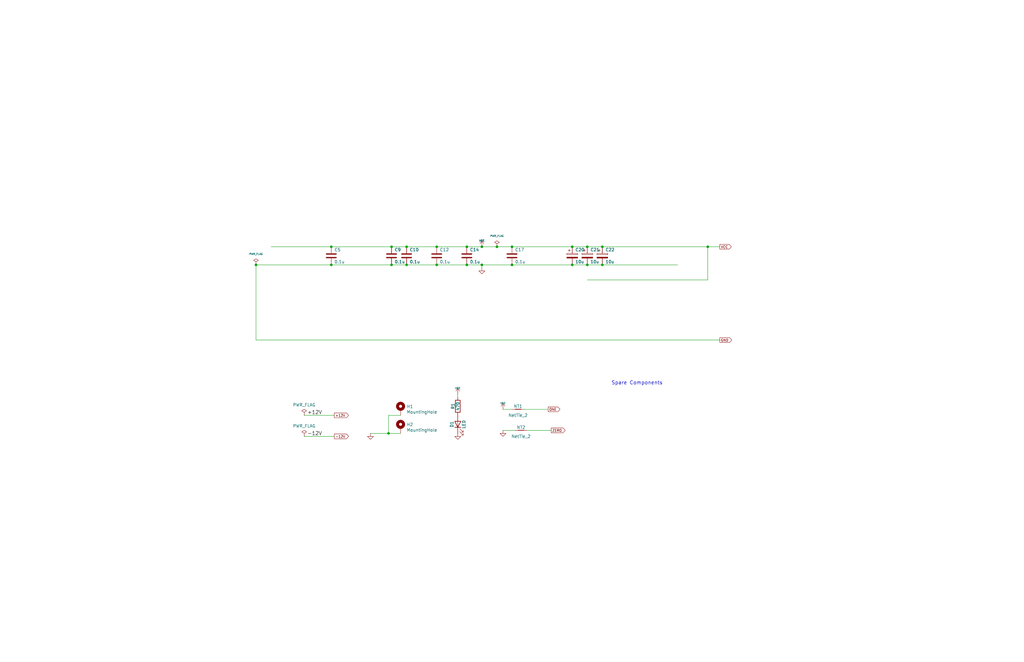
<source format=kicad_sch>
(kicad_sch (version 20211123) (generator eeschema)
  (paper "B")
  (lib_symbols
    (symbol "Device:C" (pin_numbers hide) (pin_names (offset 0.254))
      (property "Reference" "C" (at 0.635 2.54 0))
      (property "Value" "C" (at 0.635 -2.54 0))
      (symbol "C_0_1"
        (polyline (pts (xy -2.032 -0.762) (xy 2.032 -0.762)) (stroke (width 0.508)))
        (polyline (pts (xy -2.032 0.762) (xy 2.032 0.762)) (stroke (width 0.508)))
      )
      (symbol "C_1_1"
        (pin passive line (at 0 3.81 270) (length 2.794) (name "~") (number "1"))
        (pin passive line (at 0 -3.81 90) (length 2.794) (name "~") (number "2"))
      )
    )
    (symbol "Device:C_Polarized" (pin_numbers hide) (pin_names (offset 0.254))
      (property "Reference" "C" (at 0.635 2.54 0))
      (property "Value" "C_Polarized" (at 0.635 -2.54 0))
      (symbol "C_Polarized_0_1"
        (rectangle (start -2.286 0.508) (end 2.286 1.016))
        (polyline (pts (xy -1.778 2.286) (xy -0.762 2.286)))
        (polyline (pts (xy -1.27 2.794) (xy -1.27 1.778)))
        (rectangle (start 2.286 -0.508) (end -2.286 -1.016) (fill (type outline)))
      )
      (symbol "C_Polarized_1_1"
        (pin passive line (at 0 3.81 270) (length 2.794) (name "~") (number "1"))
        (pin passive line (at 0 -3.81 90) (length 2.794) (name "~") (number "2"))
      )
    )
    (symbol "Device:LED" (pin_numbers hide) (pin_names (offset 1.016) hide)
      (property "Reference" "D" (at 0 2.54 0))
      (property "Value" "LED" (at 0 -2.54 0))
      (symbol "LED_0_1"
        (polyline (pts (xy -1.27 -1.27) (xy -1.27 1.27)) (stroke (width 0.254)))
        (polyline (pts (xy -1.27 0) (xy 1.27 0)))
        (polyline (pts (xy 1.27 -1.27) (xy 1.27 1.27) (xy -1.27 0) (xy 1.27 -1.27)) (stroke (width 0.254)))
        (polyline (pts (xy -3.048 -0.762) (xy -4.572 -2.286) (xy -3.81 -2.286) (xy -4.572 -2.286) (xy -4.572 -1.524)))
        (polyline (pts (xy -1.778 -0.762) (xy -3.302 -2.286) (xy -2.54 -2.286) (xy -3.302 -2.286) (xy -3.302 -1.524)))
      )
      (symbol "LED_1_1"
        (pin passive line (at -3.81 0 0) (length 2.54) (name "K") (number "1"))
        (pin passive line (at 3.81 0 180) (length 2.54) (name "A") (number "2"))
      )
    )
    (symbol "Device:NetTie_2" (pin_numbers hide) (pin_names (offset 0) hide) (in_bom no)
      (property "Reference" "NT" (at 0 1.27 0))
      (property "Value" "NetTie_2" (at 0 -1.27 0))
      (symbol "NetTie_2_0_1"
        (polyline (pts (xy -1.27 0) (xy 1.27 0)) (stroke (width 0.254)))
      )
      (symbol "NetTie_2_1_1"
        (pin passive line (at -2.54 0 0) (length 2.54) (name "1") (number "1"))
        (pin passive line (at 2.54 0 180) (length 2.54) (name "2") (number "2"))
      )
    )
    (symbol "Device:R" (pin_numbers hide) (pin_names (offset 0))
      (property "Reference" "R" (at 2.032 0 90))
      (property "Value" "R" (at 0 0 90))
      (symbol "R_0_1"
        (rectangle (start -1.016 -2.54) (end 1.016 2.54) (stroke (width 0.254)))
      )
      (symbol "R_1_1"
        (pin passive line (at 0 3.81 270) (length 1.27) (name "~") (number "1"))
        (pin passive line (at 0 -3.81 90) (length 1.27) (name "~") (number "2"))
      )
    )
    (symbol "Mechanical:MountingHole_Pad" (pin_numbers hide) (pin_names (offset 1.016) hide)
      (property "Reference" "H" (at 0 6.35 0))
      (property "Value" "MountingHole_Pad" (at 0 4.445 0))
      (symbol "MountingHole_Pad_0_1"
        (circle (center 0 1.27) (radius 1.27) (stroke (width 1.27)))
      )
      (symbol "MountingHole_Pad_1_1"
        (pin input line (at 0 -2.54 90) (length 2.54) (name "1") (number "1"))
      )
    )
    (symbol "power:GND" (power) (pin_names (offset 0))
      (property "Value" "GND" (at 0 -3.81 0))
      (symbol "GND_0_1"
        (polyline (pts (xy 0 0) (xy 0 -1.27) (xy 1.27 -1.27) (xy 0 -2.54) (xy -1.27 -1.27) (xy 0 -1.27)))
      )
      (symbol "GND_1_1"
        (pin power_in line (at 0 0 270) (length 0) hide (name "GND") (number "1"))
      )
    )
    (symbol "power:PWR_FLAG" (power) (pin_numbers hide) (pin_names (offset 0) hide)
      (property "Value" "PWR_FLAG" (at 0 3.81 0))
      (symbol "PWR_FLAG_0_0"
        (pin power_out line (at 0 0 90) (length 0) (name "pwr") (number "1"))
      )
      (symbol "PWR_FLAG_0_1"
        (polyline (pts (xy 0 0) (xy 0 1.27) (xy -1.016 1.905) (xy 0 2.54) (xy 1.016 1.905) (xy 0 1.27)))
      )
    )
    (symbol "power:VCC" (power) (pin_names (offset 0))
      (property "Value" "VCC" (at 0 3.81 0))
      (symbol "VCC_0_1"
        (polyline (pts (xy -0.762 1.27) (xy 0 2.54)))
        (polyline (pts (xy 0 0) (xy 0 2.54)))
        (polyline (pts (xy 0 2.54) (xy 0.762 1.27)))
      )
      (symbol "VCC_1_1"
        (pin power_in line (at 0 0 90) (length 0) hide (name "VCC") (number "1"))
      )
    )
  )
  (junction (at 241.3 111.76))
  (junction (at 203.2 104.14))
  (junction (at 203.2 111.76))
  (junction (at 247.65 104.14))
  (junction (at 196.85 104.14))
  (junction (at 215.9 111.76))
  (junction (at 209.55 104.14))
  (junction (at 196.85 111.76))
  (junction (at 241.3 104.14))
  (junction (at 165.1 104.14))
  (junction (at 139.7 104.14))
  (junction (at 163.83 182.88))
  (junction (at 107.95 111.76))
  (junction (at 171.45 104.14))
  (junction (at 184.15 104.14))
  (junction (at 171.45 111.76))
  (junction (at 165.1 111.76))
  (junction (at 298.45 104.14))
  (junction (at 247.65 111.76))
  (junction (at 184.15 111.76))
  (junction (at 215.9 104.14))
  (junction (at 254 104.14))
  (junction (at 254 111.76))
  (junction (at 139.7 111.76))
  (wire (pts (xy 139.7 111.76) (xy 165.1 111.76)))
  (wire (pts (xy 139.7 104.14) (xy 165.1 104.14)))
  (wire (pts (xy 212.09 181.61) (xy 217.17 181.61)))
  (wire (pts (xy 168.91 182.88) (xy 163.83 182.88)))
  (wire (pts (xy 128.27 175.26) (xy 140.97 175.26)))
  (wire (pts (xy 212.09 172.72) (xy 215.9 172.72)))
  (wire (pts (xy 254 111.76) (xy 285.75 111.76)))
  (wire (pts (xy 241.3 104.14) (xy 247.65 104.14)))
  (wire (pts (xy 247.65 111.76) (xy 254 111.76)))
  (wire (pts (xy 196.85 111.76) (xy 203.2 111.76)))
  (wire (pts (xy 209.55 104.14) (xy 215.9 104.14)))
  (wire (pts (xy 215.9 104.14) (xy 241.3 104.14)))
  (wire (pts (xy 203.2 104.14) (xy 209.55 104.14)))
  (wire (pts (xy 184.15 104.14) (xy 196.85 104.14)))
  (wire (pts (xy 128.27 184.15) (xy 140.97 184.15)))
  (wire (pts (xy 298.45 118.11) (xy 298.45 104.14)))
  (wire (pts (xy 215.9 111.76) (xy 241.3 111.76)))
  (wire (pts (xy 247.65 118.11) (xy 298.45 118.11)))
  (wire (pts (xy 254 104.14) (xy 298.45 104.14)))
  (wire (pts (xy 107.95 143.51) (xy 303.53 143.51)))
  (wire (pts (xy 171.45 111.76) (xy 184.15 111.76)))
  (wire (pts (xy 298.45 104.14) (xy 303.53 104.14)))
  (wire (pts (xy 220.98 172.72) (xy 231.14 172.72)))
  (wire (pts (xy 168.91 175.26) (xy 163.83 175.26)))
  (wire (pts (xy 203.2 111.76) (xy 203.2 113.03)))
  (wire (pts (xy 114.3 104.14) (xy 139.7 104.14)))
  (wire (pts (xy 107.95 111.76) (xy 107.95 143.51)))
  (wire (pts (xy 184.15 111.76) (xy 196.85 111.76)))
  (wire (pts (xy 193.04 167.64) (xy 193.04 166.37)))
  (wire (pts (xy 247.65 104.14) (xy 254 104.14)))
  (wire (pts (xy 165.1 111.76) (xy 171.45 111.76)))
  (wire (pts (xy 171.45 104.14) (xy 165.1 104.14)))
  (wire (pts (xy 222.25 181.61) (xy 232.41 181.61)))
  (wire (pts (xy 171.45 104.14) (xy 184.15 104.14)))
  (wire (pts (xy 163.83 175.26) (xy 163.83 182.88)))
  (wire (pts (xy 241.3 111.76) (xy 247.65 111.76)))
  (wire (pts (xy 196.85 104.14) (xy 203.2 104.14)))
  (wire (pts (xy 107.95 111.76) (xy 139.7 111.76)))
  (wire (pts (xy 203.2 111.76) (xy 215.9 111.76)))
  (wire (pts (xy 163.83 182.88) (xy 156.21 182.88)))
  (text "Spare Components" (at 257.81 162.56 0) (effects (font (size 1.524 1.524)) (justify left bottom)))
  (label "-12V" (at 129.54 184.15 0) (effects (font (size 1.524 1.524))))
  (label "+12V" (at 129.54 175.26 0) (effects (font (size 1.524 1.524))))
  (global_label "ZERO" (shape output) (at 232.41 181.61 0) (effects (font (size 1.016 1.016))) (property "Intersheet References" "${INTERSHEET_REFS}" (effects hide)))
  (global_label "VCC" (shape output) (at 303.53 104.14 0) (effects (font (size 1.016 1.016))) (property "Intersheet References" "${INTERSHEET_REFS}" (effects hide)))
  (global_label "+12V" (shape output) (at 140.97 175.26 0) (effects (font (size 1.016 1.016))) (property "Intersheet References" "${INTERSHEET_REFS}" (effects hide)))
  (global_label "GND" (shape output) (at 303.53 143.51 0) (effects (font (size 1.016 1.016))) (property "Intersheet References" "${INTERSHEET_REFS}" (effects hide)))
  (global_label "-12V" (shape output) (at 140.97 184.15 0) (effects (font (size 1.016 1.016))) (property "Intersheet References" "${INTERSHEET_REFS}" (effects hide)))
  (global_label "ONE" (shape output) (at 231.14 172.72 0) (effects (font (size 1.016 1.016))) (property "Intersheet References" "${INTERSHEET_REFS}" (effects hide)))
  (symbol (lib_id "power:GND") (at 203.2 113.03 0) (unit 1)
    (property "Reference" "#PWR05" (effects hide))
    (property "Value" "GND" (effects hide))
  )
  (symbol (lib_id "power:VCC") (at 203.2 104.14 0) (unit 1)
    (property "Reference" "#PWR04" (effects hide))
    (property "Value" "VCC" (at 203.2 101.6 0) (effects (font (size 0.762 0.762))))
  )
  (symbol (lib_id "Device:C") (at 215.9 107.95 0) (unit 1)
    (property "Reference" "C17" (at 217.17 105.41 0) (effects (justify left)))
    (property "Value" "0.1u" (at 217.17 110.49 0) (effects (justify left)))
    (property "Footprint" "Capacitor_THT:C_Disc_D5.0mm_W2.5mm_P5.00mm" (effects hide))
  )
  (symbol (lib_id "Device:C") (at 165.1 107.95 0) (unit 1)
    (property "Reference" "C9" (at 166.37 105.41 0) (effects (justify left)))
    (property "Value" "0.1u" (at 166.37 110.49 0) (effects (justify left)))
    (property "Footprint" "Capacitor_THT:C_Disc_D5.0mm_W2.5mm_P5.00mm" (effects hide))
  )
  (symbol (lib_id "Device:C") (at 171.45 107.95 0) (unit 1)
    (property "Reference" "C10" (at 172.72 105.41 0) (effects (justify left)))
    (property "Value" "0.1u" (at 172.72 110.49 0) (effects (justify left)))
    (property "Footprint" "Capacitor_THT:C_Disc_D5.0mm_W2.5mm_P5.00mm" (effects hide))
  )
  (symbol (lib_id "Device:C") (at 139.7 107.95 0) (unit 1)
    (property "Reference" "C5" (at 140.97 105.41 0) (effects (justify left)))
    (property "Value" "0.1u" (at 140.97 110.49 0) (effects (justify left)))
    (property "Footprint" "Capacitor_THT:C_Disc_D5.0mm_W2.5mm_P5.00mm" (effects hide))
  )
  (symbol (lib_id "power:GND") (at 193.04 182.88 0) (unit 1)
    (property "Reference" "#PWR03" (effects hide))
    (property "Value" "GND" (effects hide))
  )
  (symbol (lib_id "Device:C") (at 184.15 107.95 0) (unit 1)
    (property "Reference" "C12" (at 185.42 105.41 0) (effects (justify left)))
    (property "Value" "0.1u" (at 185.42 110.49 0) (effects (justify left)))
    (property "Footprint" "Capacitor_THT:C_Disc_D5.0mm_W2.5mm_P5.00mm" (effects hide))
  )
  (symbol (lib_id "power:GND") (at 212.09 181.61 0) (unit 1)
    (property "Reference" "#PWR07" (effects hide))
    (property "Value" "GND" (effects hide))
  )
  (symbol (lib_id "power:GND") (at 156.21 182.88 0) (unit 1)
    (property "Reference" "#PWR01" (effects hide))
    (property "Value" "GND" (effects hide))
  )
  (symbol (lib_id "Mechanical:MountingHole_Pad") (at 168.91 180.34 0) (unit 1)
    (property "Reference" "H2" (at 171.45 179.1716 0) (effects (justify left)))
    (property "Value" "MountingHole" (at 171.45 181.483 0) (effects (justify left)))
    (property "Footprint" "MountingHole:MountingHole_3.2mm_M3_Pad" (effects hide))
  )
  (symbol (lib_id "Device:C") (at 196.85 107.95 0) (unit 1)
    (property "Reference" "C14" (at 198.12 105.41 0) (effects (justify left)))
    (property "Value" "0.1u" (at 198.12 110.49 0) (effects (justify left)))
    (property "Footprint" "Capacitor_THT:C_Disc_D5.0mm_W2.5mm_P5.00mm" (effects hide))
  )
  (symbol (lib_id "Mechanical:MountingHole_Pad") (at 168.91 172.72 0) (unit 1)
    (property "Reference" "H1" (at 171.45 171.5516 0) (effects (justify left)))
    (property "Value" "MountingHole" (at 171.45 173.863 0) (effects (justify left)))
    (property "Footprint" "MountingHole:MountingHole_3.2mm_M3_Pad" (effects hide))
  )
  (symbol (lib_id "power:PWR_FLAG") (at 128.27 175.26 0) (unit 1)
    (property "Reference" "#FLG02" (effects hide))
    (property "Value" "PWR_FLAG" (at 128.27 170.8658 0))
  )
  (symbol (lib_id "power:PWR_FLAG") (at 128.27 184.15 0) (unit 1)
    (property "Reference" "#FLG03" (effects hide))
    (property "Value" "PWR_FLAG" (at 128.27 179.7558 0))
  )
  (symbol (lib_id "power:PWR_FLAG") (at 209.55 104.14 0) (unit 1)
    (property "Reference" "#FLG04" (effects hide))
    (property "Value" "PWR_FLAG" (at 209.55 99.568 0) (effects (font (size 0.762 0.762))))
  )
  (symbol (lib_id "Device:C_Polarized") (at 241.3 107.95 0) (unit 1)
    (property "Reference" "C20" (at 242.57 105.41 0) (effects (justify left)))
    (property "Value" "10u" (at 242.57 110.49 0) (effects (justify left)))
    (property "Footprint" "Capacitor_THT:CP_Radial_D5.0mm_P2.50mm" (effects hide))
  )
  (symbol (lib_id "Device:C_Polarized") (at 247.65 107.95 0) (unit 1)
    (property "Reference" "C21" (at 248.92 105.41 0) (effects (justify left)))
    (property "Value" "10u" (at 248.92 110.49 0) (effects (justify left)))
    (property "Footprint" "Capacitor_THT:CP_Radial_D5.0mm_P2.50mm" (effects hide))
  )
  (symbol (lib_id "Device:LED") (at 193.04 179.07 90) (unit 1)
    (property "Reference" "D1" (at 190.5 179.07 0))
    (property "Value" "LED" (at 195.58 179.07 0))
    (property "Footprint" "LED_THT:LED_D3.0mm_Horizontal_O3.81mm_Z2.0mm" (effects hide))
  )
  (symbol (lib_id "Device:R") (at 193.04 171.45 180) (unit 1)
    (property "Reference" "R1" (at 191.008 171.45 90))
    (property "Value" "470" (at 193.04 171.45 90))
    (property "Footprint" "Resistor_THT:R_Axial_DIN0207_L6.3mm_D2.5mm_P7.62mm_Horizontal" (effects hide))
  )
  (symbol (lib_id "power:VCC") (at 193.04 166.37 0) (unit 1)
    (property "Reference" "#PWR02" (effects hide))
    (property "Value" "VCC" (at 193.04 163.83 0) (effects (font (size 0.762 0.762))))
  )
  (symbol (lib_id "power:PWR_FLAG") (at 107.95 111.76 0) (unit 1)
    (property "Reference" "#FLG01" (effects hide))
    (property "Value" "PWR_FLAG" (at 107.95 107.188 0) (effects (font (size 0.762 0.762))))
  )
  (symbol (lib_id "Device:C_Polarized") (at 254 107.95 0) (unit 1)
    (property "Reference" "C22" (at 255.27 105.41 0) (effects (justify left)))
    (property "Value" "10u" (at 255.27 110.49 0) (effects (justify left)))
    (property "Footprint" "Capacitor_THT:CP_Radial_D5.0mm_P2.50mm" (effects hide))
  )
  (symbol (lib_id "power:VCC") (at 212.09 172.72 0) (unit 1)
    (property "Reference" "#PWR06" (effects hide))
    (property "Value" "VCC" (at 212.09 170.18 0) (effects (font (size 0.762 0.762))))
  )
  (symbol (lib_id "Device:NetTie_2") (at 218.44 172.72 0) (unit 1) (in_bom no)
    (property "Reference" "NT1" (at 218.44 171.45 0))
    (property "Value" "NetTie_2" (at 218.44 175.26 0))
    (property "Footprint" "NetTie:NetTie-2_THT_Pad0.3mm" (effects hide))
  )
  (symbol (lib_id "Device:NetTie_2") (at 219.71 181.61 0) (unit 1) (in_bom no)
    (property "Reference" "NT2" (at 219.71 180.34 0))
    (property "Value" "NetTie_2" (at 219.71 184.15 0))
    (property "Footprint" "NetTie:NetTie-2_THT_Pad0.3mm" (effects hide))
  )
)
</source>
